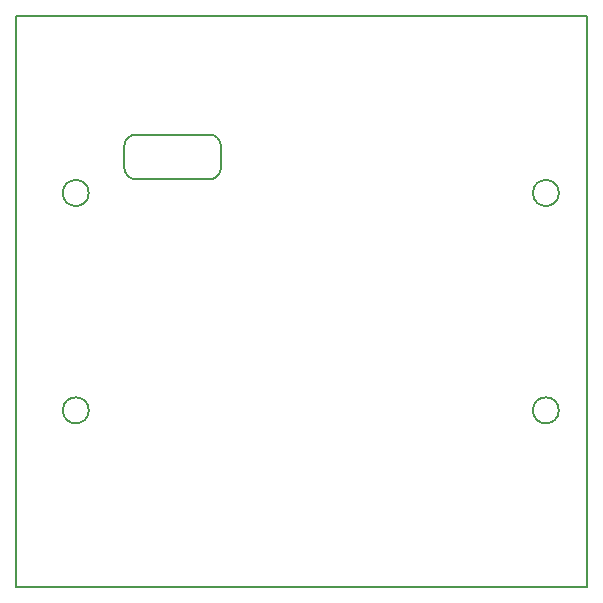
<source format=gbr>
%TF.GenerationSoftware,KiCad,Pcbnew,(5.1.4)-1*%
%TF.CreationDate,2019-12-19T16:50:31-07:00*%
%TF.ProjectId,SolarCellZ_v1,536f6c61-7243-4656-9c6c-5a5f76312e6b,rev?*%
%TF.SameCoordinates,Original*%
%TF.FileFunction,Profile,NP*%
%FSLAX46Y46*%
G04 Gerber Fmt 4.6, Leading zero omitted, Abs format (unit mm)*
G04 Created by KiCad (PCBNEW (5.1.4)-1) date 2019-12-19 16:50:31*
%MOMM*%
%LPD*%
G04 APERTURE LIST*
%ADD10C,0.200000*%
G04 APERTURE END LIST*
D10*
X107407500Y-52841000D02*
G75*
G02X106407500Y-53841000I-1000000J0D01*
G01*
X100207500Y-53841000D02*
G75*
G02X99207500Y-52841000I0J1000000D01*
G01*
X106407500Y-50041000D02*
G75*
G02X107407500Y-51041000I0J-1000000D01*
G01*
X99207500Y-51041000D02*
G75*
G02X100207500Y-50041000I1000000J0D01*
G01*
X96207500Y-54991000D02*
G75*
G03X96207500Y-54991000I-1100000J0D01*
G01*
X106407500Y-50041000D02*
X100207500Y-50041000D01*
X138407500Y-39991000D02*
X138407500Y-88391000D01*
X138407500Y-88391000D02*
X90007500Y-88391000D01*
X96207500Y-73391000D02*
G75*
G03X96207500Y-73391000I-1100000J0D01*
G01*
X90007500Y-88391000D02*
X90007500Y-39991000D01*
X90007500Y-39991000D02*
X138407500Y-39991000D01*
X100207500Y-53841000D02*
X106407500Y-53841000D01*
X136007500Y-73391000D02*
G75*
G03X136007500Y-73391000I-1100000J0D01*
G01*
X136007500Y-54991000D02*
G75*
G03X136007500Y-54991000I-1100000J0D01*
G01*
X107407500Y-52841000D02*
X107407500Y-51041000D01*
X99207500Y-51041000D02*
X99207500Y-52841000D01*
M02*

</source>
